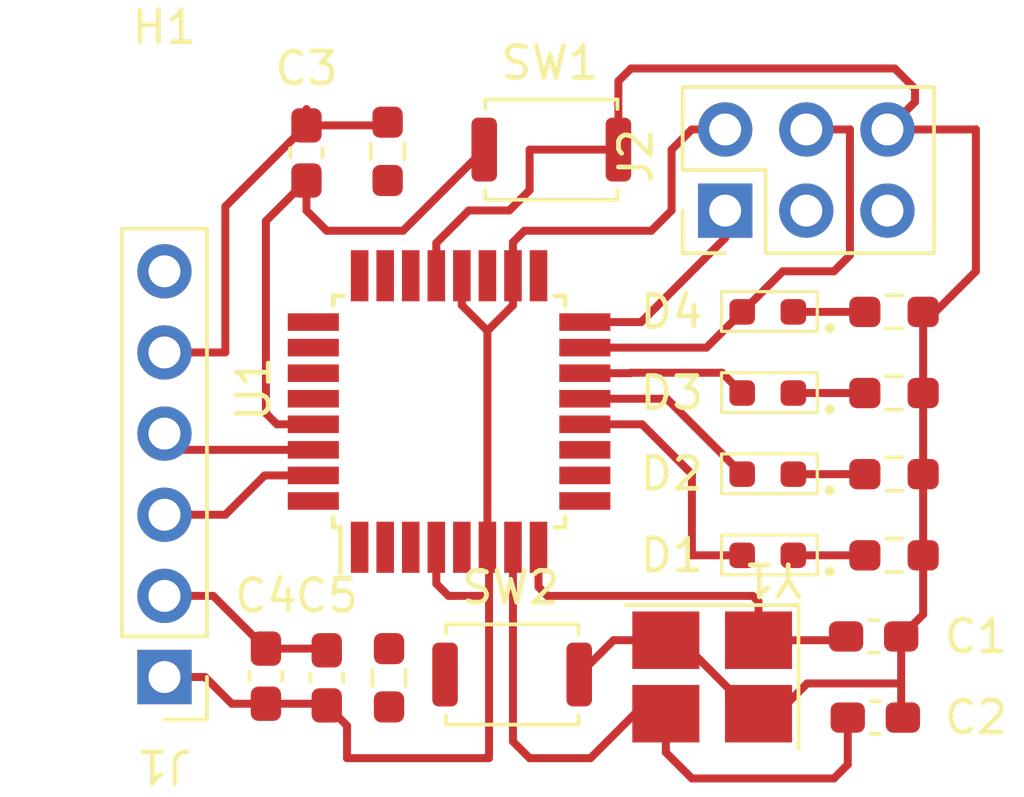
<source format=kicad_pcb>
(kicad_pcb (version 20211014) (generator pcbnew)
  (layers (0 "F.Cu" signal) (31 "B.Cu" signal) (34 "B.Paste" user) (35 "F.Paste" user) (36 "B.SilkS" user "B.Silkscreen") (37 "F.SilkS" user "F.Silkscreen") (38 "B.Mask" user) (39 "F.Mask" user) (44 "Edge.Cuts" user))
  (net 0 "")
  (net 1 "GND")
  (net 2 "/XTAL2")
  (net 3 "/XTAL1")
  (net 4 "Net-(C3-Pad1)")
  (net 5 "/~{RESET}")
  (net 6 "+5V")
  (net 7 "Net-(D1-Pad1)")
  (net 8 "/LED_0")
  (net 9 "Net-(D2-Pad1)")
  (net 10 "/LED_1")
  (net 11 "Net-(D3-Pad1)")
  (net 12 "/LED_2")
  (net 13 "Net-(D4-Pad1)")
  (net 14 "/LED_3")
  (net 15 "/MCU_TX")
  (net 16 "/MCU_RX")
  (net 18 "/MISO")
  (net 19 "/SCK")
  (net 20 "/BUT_0")
  (footprint "footprint:R" (layer "F.Cu") (at 102.235 54.053 -90)
    (fp_text reference "R1" hide)
    (fp_text value "10K")
    (fp_line (start -0.278224 0.5225) (end 0.231224 0.5225) (layer "F.SilkS") (width 0.12))
    (fp_line (start -0.278224 -0.5225) (end 0.231224 -0.5225) (layer "F.SilkS") (width 0.12))
    (pad "1" smd roundrect (at -0.936 0 270) (size 0.975 0.95) (layers "F.Cu" "F.Paste" "F.Mask") (net 4 "Net-(C3-Pad1)"))
    (pad "2" smd roundrect (at 0.889 0 270) (size 0.975 0.95) (layers "F.Cu" "F.Paste" "F.Mask"))
  )
  (footprint "footprint:R" (layer "F.Cu") (at 118.11 59.055)
    (fp_text reference "R6" hide)
    (fp_text value "330R")
    (fp_line (start -0.278224 -0.5225) (end 0.231224 -0.5225) (layer "F.SilkS") (width 0.12))
    (fp_line (start -0.278224 0.5225) (end 0.231224 0.5225) (layer "F.SilkS") (width 0.12))
    (pad "1" smd roundrect (at -0.936 0) (size 0.975 0.95) (layers "F.Cu" "F.Paste" "F.Mask") (net 13 "Net-(D4-Pad1)"))
    (pad "2" smd roundrect (at 0.889 0) (size 0.975 0.95) (layers "F.Cu" "F.Paste" "F.Mask") (net 1 "GND"))
  )
  (footprint "footprint:LED_0603" (layer "F.Cu") (at 114.935 61.595 180)
    (fp_text reference "D3" (at 3.81 0 unlocked) (layer "F.SilkS"))
    (fp_text value "LED")
    (fp_rect (start -0.75 -0.611) (end 2.25 0.635) (layer "F.SilkS") (width 0.1) (fill none))
    (fp_circle (center -1.143 -0.508) (end -1.043 -0.508) (layer "F.SilkS") (width 0.12) (fill solid))
    (pad "1" smd roundrect (at 0 0 180) (size 0.8 0.8) (layers "F.Cu" "F.Paste" "F.Mask") (net 11 "Net-(D3-Pad1)"))
    (pad "2" smd roundrect (at 1.6 0 180) (size 0.8 0.8) (layers "F.Cu" "F.Paste" "F.Mask") (net 12 "/LED_2"))
  )
  (footprint "footprint:C_0603" (layer "F.Cu") (at 99.695 54.053 -90)
    (fp_text reference "C3" (at -2.618 0 unlocked) (layer "F.SilkS"))
    (fp_text value "100nF")
    (fp_line (start -0.119767 -0.51) (end 0.172767 -0.51) (layer "F.SilkS") (width 0.12))
    (fp_line (start -0.119767 0.51) (end 0.172767 0.51) (layer "F.SilkS") (width 0.12))
    (pad "1" smd roundrect (at -0.836 0 270) (size 1.075 0.95) (layers "F.Cu" "F.Paste" "F.Mask") (net 4 "Net-(C3-Pad1)"))
    (pad "2" smd roundrect (at 0.889 0 270) (size 1.075 0.95) (layers "F.Cu" "F.Paste" "F.Mask") (net 5 "/~{RESET}"))
  )
  (footprint "footprint:LED_0603" (layer "F.Cu") (at 114.935 64.135 180)
    (fp_text reference "D2" (at 3.81 0.012 unlocked) (layer "F.SilkS"))
    (fp_text value "LED")
    (fp_rect (start -0.75 -0.611) (end 2.25 0.635) (layer "F.SilkS") (width 0.1) (fill none))
    (fp_circle (center -1.143 -0.508) (end -1.043 -0.508) (layer "F.SilkS") (width 0.12) (fill solid))
    (pad "1" smd roundrect (at 0 0 180) (size 0.8 0.8) (layers "F.Cu" "F.Paste" "F.Mask") (net 9 "Net-(D2-Pad1)"))
    (pad "2" smd roundrect (at 1.6 0 180) (size 0.8 0.8) (layers "F.Cu" "F.Paste" "F.Mask") (net 10 "/LED_1"))
  )
  (footprint "footprint:C_0603" (layer "F.Cu") (at 117.475 71.755)
    (fp_text reference "C2" (at 3.175 0 unlocked) (layer "F.SilkS"))
    (fp_text value "22pF")
    (fp_line (start -0.119767 -0.51) (end 0.172767 -0.51) (layer "F.SilkS") (width 0.12))
    (fp_line (start -0.119767 0.51) (end 0.172767 0.51) (layer "F.SilkS") (width 0.12))
    (pad "1" smd roundrect (at -0.836 0) (size 1.075 0.95) (layers "F.Cu" "F.Paste" "F.Mask") (net 3 "/XTAL1"))
    (pad "2" smd roundrect (at 0.889 0) (size 1.075 0.95) (layers "F.Cu" "F.Paste" "F.Mask") (net 1 "GND"))
  )
  (footprint "footprint:ATMEGA328P_AU" (layer "F.Cu") (at 104.14 62.23 90)
    (fp_text reference "U1" (at 0.762 -6.096 90 unlocked) (layer "F.SilkS"))
    (fp_text value "ATmega328P-AU")
    (fp_line (start 3.681 -3.606) (end 3.681 -3.281) (layer "F.SilkS") (width 0.15))
    (fp_line (start -3.569 -3.606) (end -3.244 -3.606) (layer "F.SilkS") (width 0.15))
    (fp_line (start 3.681 -3.606) (end 3.356 -3.606) (layer "F.SilkS") (width 0.15))
    (fp_line (start -3.569 -3.381) (end -4.994 -3.381) (layer "F.SilkS") (width 0.15))
    (fp_line (start -3.569 3.644) (end -3.569 3.319) (layer "F.SilkS") (width 0.15))
    (fp_line (start 3.681 3.644) (end 3.356 3.644) (layer "F.SilkS") (width 0.15))
    (fp_line (start -3.569 -3.606) (end -3.569 -3.381) (layer "F.SilkS") (width 0.15))
    (fp_line (start 3.681 3.644) (end 3.681 3.319) (layer "F.SilkS") (width 0.15))
    (fp_line (start -3.569 3.644) (end -3.244 3.644) (layer "F.SilkS") (width 0.15))
    (pad "1" smd rect (at -4.194 -2.781 90) (size 1.6 0.55) (layers "F.Cu" "F.Paste" "F.Mask") (net 20 "/BUT_0"))
    (pad "2" smd rect (at -4.194 -1.981 90) (size 1.6 0.55) (layers "F.Cu" "F.Paste" "F.Mask"))
    (pad "3" smd rect (at -4.194 -1.181 90) (size 1.6 0.55) (layers "F.Cu" "F.Paste" "F.Mask") (net 1 "GND"))
    (pad "4" smd rect (at -4.194 -0.381 90) (size 1.6 0.55) (layers "F.Cu" "F.Paste" "F.Mask") (net 6 "+5V"))
    (pad "5" smd rect (at -4.194 0.419 90) (size 1.6 0.55) (layers "F.Cu" "F.Paste" "F.Mask") (net 1 "GND"))
    (pad "6" smd rect (at -4.194 1.219 90) (size 1.6 0.55) (layers "F.Cu" "F.Paste" "F.Mask") (net 6 "+5V"))
    (pad "7" smd rect (at -4.194 2.019 90) (size 1.6 0.55) (layers "F.Cu" "F.Paste" "F.Mask") (net 3 "/XTAL1"))
    (pad "8" smd rect (at -4.194 2.819 90) (size 1.6 0.55) (layers "F.Cu" "F.Paste" "F.Mask") (net 2 "/XTAL2"))
    (pad "9" smd rect (at -2.744 4.269 180) (size 1.6 0.55) (layers "F.Cu" "F.Paste" "F.Mask"))
    (pad "10" smd rect (at -1.944 4.269 180) (size 1.6 0.55) (layers "F.Cu" "F.Paste" "F.Mask"))
    (pad "11" smd rect (at -1.144 4.269 180) (size 1.6 0.55) (layers "F.Cu" "F.Paste" "F.Mask"))
    (pad "12" smd rect (at -0.344 4.269 180) (size 1.6 0.55) (layers "F.Cu" "F.Paste" "F.Mask") (net 8 "/LED_0"))
    (pad "13" smd rect (at 0.456 4.269 180) (size 1.6 0.55) (layers "F.Cu" "F.Paste" "F.Mask") (net 10 "/LED_1"))
    (pad "14" smd rect (at 1.256 4.269 180) (size 1.6 0.55) (layers "F.Cu" "F.Paste" "F.Mask") (net 12 "/LED_2"))
    (pad "15" smd rect (at 2.056 4.269 180) (size 1.6 0.55) (layers "F.Cu" "F.Paste" "F.Mask") (net 14 "/LED_3"))
    (pad "16" smd rect (at 2.856 4.269 180) (size 1.6 0.55) (layers "F.Cu" "F.Paste" "F.Mask") (net 18 "/MISO"))
    (pad "17" smd rect (at 4.306 2.819 90) (size 1.6 0.55) (layers "F.Cu" "F.Paste" "F.Mask") (net 19 "/SCK"))
    (pad "18" smd rect (at 4.306 2.019 90) (size 1.6 0.55) (layers "F.Cu" "F.Paste" "F.Mask") (net 6 "+5V"))
    (pad "19" smd rect (at 4.306 1.219 90) (size 1.6 0.55) (layers "F.Cu" "F.Paste" "F.Mask"))
    (pad "20" smd rect (at 4.306 0.419 90) (size 1.6 0.55) (layers "F.Cu" "F.Paste" "F.Mask") (net 6 "+5V"))
    (pad "21" smd rect (at 4.306 -0.381 90) (size 1.6 0.55) (layers "F.Cu" "F.Paste" "F.Mask") (net 1 "GND"))
    (pad "22" smd rect (at 4.306 -1.181 90) (size 1.6 0.55) (layers "F.Cu" "F.Paste" "F.Mask"))
    (pad "23" smd rect (at 4.306 -1.981 90) (size 1.6 0.55) (layers "F.Cu" "F.Paste" "F.Mask"))
    (pad "24" smd rect (at 4.306 -2.781 90) (size 1.6 0.55) (layers "F.Cu" "F.Paste" "F.Mask"))
    (pad "25" smd rect (at 2.856 -4.231 180) (size 1.6 0.55) (layers "F.Cu" "F.Paste" "F.Mask"))
    (pad "26" smd rect (at 2.056 -4.231 180) (size 1.6 0.55) (layers "F.Cu" "F.Paste" "F.Mask"))
    (pad "27" smd rect (at 1.256 -4.231 180) (size 1.6 0.55) (layers "F.Cu" "F.Paste" "F.Mask"))
    (pad "28" smd rect (at 0.456 -4.231 180) (size 1.6 0.55) (layers "F.Cu" "F.Paste" "F.Mask"))
    (pad "29" smd rect (at -0.344 -4.231 180) (size 1.6 0.55) (layers "F.Cu" "F.Paste" "F.Mask") (net 5 "/~{RESET}"))
    (pad "30" smd rect (at -1.144 -4.231 180) (size 1.6 0.55) (layers "F.Cu" "F.Paste" "F.Mask") (net 16 "/MCU_RX"))
    (pad "31" smd rect (at -1.944 -4.231 180) (size 1.6 0.55) (layers "F.Cu" "F.Paste" "F.Mask") (net 15 "/MCU_TX"))
    (pad "32" smd rect (at -2.744 -4.231 180) (size 1.6 0.55) (layers "F.Cu" "F.Paste" "F.Mask"))
  )
  (footprint "footprint:R" (layer "F.Cu") (at 118.11 64.135)
    (fp_text reference "R4" hide)
    (fp_text value "330R")
    (fp_line (start -0.278224 0.5225) (end 0.231224 0.5225) (layer "F.SilkS") (width 0.12))
    (fp_line (start -0.278224 -0.5225) (end 0.231224 -0.5225) (layer "F.SilkS") (width 0.12))
    (pad "1" smd roundrect (at -0.936 0) (size 0.975 0.95) (layers "F.Cu" "F.Paste" "F.Mask") (net 9 "Net-(D2-Pad1)"))
    (pad "2" smd roundrect (at 0.889 0) (size 0.975 0.95) (layers "F.Cu" "F.Paste" "F.Mask") (net 1 "GND"))
  )
  (footprint "footprint:LED_0603" (layer "F.Cu") (at 114.935 66.675 180)
    (fp_text reference "D1" (at 3.81 0 unlocked) (layer "F.SilkS"))
    (fp_text value "LED")
    (fp_rect (start -0.75 -0.611) (end 2.25 0.635) (layer "F.SilkS") (width 0.1) (fill none))
    (fp_circle (center -1.143 -0.508) (end -1.043 -0.508) (layer "F.SilkS") (width 0.12) (fill solid))
    (pad "1" smd roundrect (at 0 0 180) (size 0.8 0.8) (layers "F.Cu" "F.Paste" "F.Mask") (net 7 "Net-(D1-Pad1)"))
    (pad "2" smd roundrect (at 1.6 0 180) (size 0.8 0.8) (layers "F.Cu" "F.Paste" "F.Mask") (net 8 "/LED_0"))
  )
  (footprint "footprint:SW_PUSH" (layer "F.Cu") (at 106.089 70.485)
    (fp_text reference "SW2" (at 0 -2.794 unlocked) (layer "F.SilkS"))
    (fp_text value "SW_Push")
    (fp_line (start -2.026 -1.648) (end 2.114 -1.648) (layer "F.SilkS") (width 0.12))
    (fp_line (start 2.114 1.192) (end 2.114 1.492) (layer "F.SilkS") (width 0.12))
    (fp_line (start 2.114 1.492) (end -2.026 1.492) (layer "F.SilkS") (width 0.12))
    (fp_line (start -2.026 1.492) (end -2.026 1.192) (layer "F.SilkS") (width 0.12))
    (fp_line (start 2.114 -1.648) (end 2.114 -1.348) (layer "F.SilkS") (width 0.12))
    (fp_line (start -2.026 -1.348) (end -2.026 -1.648) (layer "F.SilkS") (width 0.12))
    (pad "1" smd roundrect (at -2.056 -0.078) (size 0.8 2) (layers "F.Cu" "F.Paste" "F.Mask") (net 20 "/BUT_0"))
    (pad "2" smd roundrect (at 2.144 -0.078) (size 0.8 2) (layers "F.Cu" "F.Paste" "F.Mask") (net 1 "GND"))
  )
  (footprint "footprint:SW_PUSH" (layer "F.Cu") (at 107.315 54.053)
    (fp_text reference "SW1" (at 0 -2.794 unlocked) (layer "F.SilkS"))
    (fp_text value "SW_Push")
    (fp_line (start -2.026 -1.348) (end -2.026 -1.648) (layer "F.SilkS") (width 0.12))
    (fp_line (start -2.026 -1.648) (end 2.114 -1.648) (layer "F.SilkS") (width 0.12))
    (fp_line (start 2.114 1.192) (end 2.114 1.492) (layer "F.SilkS") (width 0.12))
    (fp_line (start 2.114 -1.648) (end 2.114 -1.348) (layer "F.SilkS") (width 0.12))
    (fp_line (start -2.026 1.492) (end -2.026 1.192) (layer "F.SilkS") (width 0.12))
    (fp_line (start 2.114 1.492) (end -2.026 1.492) (layer "F.SilkS") (width 0.12))
    (pad "1" smd roundrect (at -2.056 -0.078) (size 0.8 2) (layers "F.Cu" "F.Paste" "F.Mask") (net 5 "/~{RESET}"))
    (pad "2" smd roundrect (at 2.144 -0.078) (size 0.8 2) (layers "F.Cu" "F.Paste" "F.Mask") (net 1 "GND"))
  )
  (footprint "footprint:AVR-ISP-6" (layer "F.Cu") (at 119.9135 54.742 90)
    (fp_text reference "J2" (at 0.557 -9.906 90 unlocked) (layer "F.SilkS"))
    (fp_text value "AVR-ISP-6")
    (fp_line (start 2.727 -8.442) (end 2.727 -0.575) (layer "F.SilkS") (width 0.12))
    (fp_line (start 0.127 -8.442) (end 2.727 -8.442) (layer "F.SilkS") (width 0.12))
    (fp_line (start -2.473 -8.442) (end -1.143 -8.442) (layer "F.SilkS") (width 0.12))
    (fp_line (start -2.473 -0.575) (end 2.727 -0.575) (layer "F.SilkS") (width 0.12))
    (fp_line (start 0.127 -5.842) (end 0.127 -8.442) (layer "F.SilkS") (width 0.12))
    (fp_line (start -2.473 -5.842) (end 0.127 -5.842) (layer "F.SilkS") (width 0.12))
    (fp_line (start -2.473 -7.112) (end -2.473 -8.442) (layer "F.SilkS") (width 0.12))
    (fp_line (start -2.473 -5.842) (end -2.473 -0.575) (layer "F.SilkS") (width 0.12))
    (pad "1" thru_hole rect (at -1.143 -7.112 90) (size 1.7 1.7) (drill 1) (layers *.Cu *.Mask) (net 18 "/MISO"))
    (pad "2" thru_hole oval (at 1.397 -7.112 90) (size 1.7 1.7) (drill 1) (layers *.Cu *.Mask) (net 6 "+5V"))
    (pad "3" thru_hole oval (at -1.143 -4.572 90) (size 1.7 1.7) (drill 1) (layers *.Cu *.Mask) (net 19 "/SCK"))
    (pad "4" thru_hole oval (at 1.397 -4.572 90) (size 1.7 1.7) (drill 1) (layers *.Cu *.Mask) (net 14 "/LED_3"))
    (pad "5" thru_hole oval (at -1.143 -2.032 90) (size 1.7 1.7) (drill 1) (layers *.Cu *.Mask) (net 5 "/~{RESET}"))
    (pad "6" thru_hole oval (at 1.397 -2.032 90) (size 1.7 1.7) (drill 1) (layers *.Cu *.Mask) (net 1 "GND"))
  )
  (footprint "footprint:C_0603" (layer "F.Cu") (at 100.33 70.485 -90)
    (fp_text reference "C5" (at -2.54 0 unlocked) (layer "F.SilkS"))
    (fp_text value "10uF")
    (fp_line (start -0.119767 -0.51) (end 0.172767 -0.51) (layer "F.SilkS") (width 0.12))
    (fp_line (start -0.119767 0.51) (end 0.172767 0.51) (layer "F.SilkS") (width 0.12))
    (pad "1" smd roundrect (at -0.836 0 270) (size 1.075 0.95) (layers "F.Cu" "F.Paste" "F.Mask") (net 1 "GND"))
    (pad "2" smd roundrect (at 0.889 0 270) (size 1.075 0.95) (layers "F.Cu" "F.Paste" "F.Mask") (net 6 "+5V"))
  )
  (footprint "footprint:R" (layer "F.Cu") (at 118.11 61.595)
    (fp_text reference "R5" hide)
    (fp_text value "330R")
    (fp_line (start -0.278224 0.5225) (end 0.231224 0.5225) (layer "F.SilkS") (width 0.12))
    (fp_line (start -0.278224 -0.5225) (end 0.231224 -0.5225) (layer "F.SilkS") (width 0.12))
    (pad "1" smd roundrect (at -0.936 0) (size 0.975 0.95) (layers "F.Cu" "F.Paste" "F.Mask") (net 11 "Net-(D3-Pad1)"))
    (pad "2" smd roundrect (at 0.889 0) (size 0.975 0.95) (layers "F.Cu" "F.Paste" "F.Mask") (net 1 "GND"))
  )
  (footprint "footprint:R" (layer "F.Cu") (at 118.11 66.675)
    (fp_text reference "R3" hide)
    (fp_text value "330R")
    (fp_line (start -0.278224 -0.5225) (end 0.231224 -0.5225) (layer "F.SilkS") (width 0.12))
    (fp_line (start -0.278224 0.5225) (end 0.231224 0.5225) (layer "F.SilkS") (width 0.12))
    (pad "1" smd roundrect (at -0.936 0) (size 0.975 0.95) (layers "F.Cu" "F.Paste" "F.Mask") (net 7 "Net-(D1-Pad1)"))
    (pad "2" smd roundrect (at 0.889 0) (size 0.975 0.95) (layers "F.Cu" "F.Paste" "F.Mask") (net 1 "GND"))
  )
  (footprint "footprint:CRISTAL_16MH" (layer "F.Cu") (at 112.395 70.485 180)
    (fp_text reference "Y1" (at -1.905 3.057 180 unlocked) (layer "F.SilkS"))
    (fp_text value "16MHz")
    (fp_line (start -2.7 -2.248) (end -2.7 2.252) (layer "F.SilkS") (width 0.12))
    (fp_line (start -2.7 2.252) (end 2.7 2.252) (layer "F.SilkS") (width 0.12))
    (pad "1" smd rect (at -1.45 1.152 180) (size 2.1 1.8) (layers "F.Cu" "F.Paste" "F.Mask") (net 2 "/XTAL2"))
    (pad "2" smd rect (at 1.45 1.152 180) (size 2.1 1.8) (layers "F.Cu" "F.Paste" "F.Mask") (net 1 "GND"))
    (pad "3" smd rect (at 1.45 -1.148 180) (size 2.1 1.8) (layers "F.Cu" "F.Paste" "F.Mask") (net 3 "/XTAL1"))
    (pad "4" smd rect (at -1.45 -1.148 180) (size 2.1 1.8) (layers "F.Cu" "F.Paste" "F.Mask") (net 1 "GND"))
  )
  (footprint "footprint:Conn_01x06" (layer "F.Cu") (at 95.25 64.135 180)
    (fp_text reference "J1" (at 0 -9.144 180 unlocked) (layer "F.SilkS"))
    (fp_text value "Conn_01x06")
    (fp_line (start -1.33 7.68) (end 1.33 7.68) (layer "F.SilkS") (width 0.12))
    (fp_line (start -1.33 -5.08) (end -1.33 7.68) (layer "F.SilkS") (width 0.12))
    (fp_line (start 1.33 -5.08) (end 1.33 7.68) (layer "F.SilkS") (width 0.12))
    (fp_line (start -1.33 -7.68) (end 0 -7.68) (layer "F.SilkS") (width 0.12))
    (fp_line (start -1.33 -6.35) (end -1.33 -7.68) (layer "F.SilkS") (width 0.12))
    (fp_line (start -1.33 -5.08) (end 1.33 -5.08) (layer "F.SilkS") (width 0.12))
    (pad "1" thru_hole rect (at 0 -6.35 180) (size 1.7 1.7) (drill 1) (layers *.Cu *.Mask) (net 6 "+5V"))
    (pad "2" thru_hole oval (at 0 -3.81 180) (size 1.7 1.7) (drill 1) (layers *.Cu *.Mask) (net 1 "GND"))
    (pad "3" thru_hole oval (at 0 -1.27 180) (size 1.7 1.7) (drill 1) (layers *.Cu *.Mask) (net 15 "/MCU_TX"))
    (pad "4" thru_hole oval (at 0 1.27 180) (size 1.7 1.7) (drill 1) (layers *.Cu *.Mask) (net 16 "/MCU_RX"))
    (pad "5" thru_hole oval (at 0 3.81 180) (size 1.7 1.7) (drill 1) (layers *.Cu *.Mask) (net 4 "Net-(C3-Pad1)"))
    (pad "6" thru_hole oval (at 0 6.35 180) (size 1.7 1.7) (drill 1) (layers *.Cu *.Mask))
  )
  (footprint "footprint:R" (layer "F.Cu") (at 102.279 70.485 90)
    (fp_text reference "R2" hide)
    (fp_text value "10K")
    (fp_line (start -0.278224 0.5225) (end 0.231224 0.5225) (layer "F.SilkS") (width 0.12))
    (fp_line (start -0.278224 -0.5225) (end 0.231224 -0.5225) (layer "F.SilkS") (width 0.12))
    (pad "1" smd roundrect (at -0.936 0 90) (size 0.975 0.95) (layers "F.Cu" "F.Paste" "F.Mask"))
    (pad "2" smd roundrect (at 0.889 0 90) (size 0.975 0.95) (layers "F.Cu" "F.Paste" "F.Mask"))
  )
  (footprint "footprint:C_0603" (layer "F.Cu") (at 117.475 69.215 180)
    (fp_text reference "C1" (at -3.175 0 unlocked) (layer "F.SilkS"))
    (fp_text value "22pF")
    (fp_line (start -0.119767 0.51) (end 0.172767 0.51) (layer "F.SilkS") (width 0.12))
    (fp_line (start -0.119767 -0.51) (end 0.172767 -0.51) (layer "F.SilkS") (width 0.12))
    (pad "1" smd roundrect (at -0.836 0 180) (size 1.075 0.95) (layers "F.Cu" "F.Paste" "F.Mask") (net 1 "GND"))
    (pad "2" smd roundrect (at 0.889 0 180) (size 1.075 0.95) (layers "F.Cu" "F.Paste" "F.Mask") (net 2 "/XTAL2"))
  )
  (footprint "footprint:MountingHole_2.1mm" (layer "F.Cu") (at 95.25 53.34)
    (fp_text reference "H1" (at 0 -3.2) (layer "F.SilkS"))
    (fp_text value "MountingHole")
    (pad "" np_thru_hole circle (at 0 0) (size 2.1 2.1) (drill 2.1) (layers *.Cu *.Mask))
  )
  (footprint "footprint:C_0603" (layer "F.Cu") (at 98.425 70.485 90)
    (fp_text reference "C4" (at 2.54 0 unlocked) (layer "F.SilkS"))
    (fp_text value "100nF")
    (fp_line (start -0.119767 0.51) (end 0.172767 0.51) (layer "F.SilkS") (width 0.12))
    (fp_line (start -0.119767 -0.51) (end 0.172767 -0.51) (layer "F.SilkS") (width 0.12))
    (pad "1" smd roundrect (at -0.836 0 90) (size 1.075 0.95) (layers "F.Cu" "F.Paste" "F.Mask") (net 6 "+5V"))
    (pad "2" smd roundrect (at 0.889 0 90) (size 1.075 0.95) (layers "F.Cu" "F.Paste" "F.Mask") (net 1 "GND"))
  )
  (footprint "footprint:LED_0603" (layer "F.Cu") (at 114.935 59.055 180)
    (fp_text reference "D4" (at 3.81 0 unlocked) (layer "F.SilkS"))
    (fp_text value "LED")
    (fp_rect (start -0.75 -0.611) (end 2.25 0.635) (layer "F.SilkS") (width 0.1) (fill none))
    (fp_circle (center -1.143 -0.508) (end -1.043 -0.508) (layer "F.SilkS") (width 0.12) (fill solid))
    (pad "1" smd roundrect (at 0 0 180) (size 0.8 0.8) (layers "F.Cu" "F.Paste" "F.Mask") (net 13 "Net-(D4-Pad1)"))
    (pad "2" smd roundrect (at 1.6 0 180) (size 0.8 0.8) (layers "F.Cu" "F.Paste" "F.Mask") (net 14 "/LED_3"))
  )
  (segment (start 118.999 66.675) (end 118.999 68.527) (width 0.25) (layer "F.Cu") (net 1))
  (segment (start 118.999 61.595) (end 118.999 66.675) (width 0.25) (layer "F.Cu") (net 1))
  (segment (start 106.045 55.88) (end 104.775 55.88) (width 0.25) (layer "F.Cu") (net 1))
  (segment (start 120.65 57.785) (end 120.65 53.34) (width 0.25) (layer "F.Cu") (net 1))
  (segment (start 118.311 69.215) (end 118.311 70.686) (width 0.25) (layer "F.Cu") (net 1))
  (segment (start 109.459 51.831) (end 109.855 51.435) (width 0.25) (layer "F.Cu") (net 1))
  (segment (start 118.999 59.055) (end 119.38 59.055) (width 0.25) (layer "F.Cu") (net 1))
  (segment (start 109.459 53.975) (end 109.459 51.831) (width 0.25) (layer "F.Cu") (net 1))
  (segment (start 113.845 71.633) (end 113.695 71.633) (width 0.25) (layer "F.Cu") (net 1))
  (segment (start 95.25 67.945) (end 96.774 67.945) (width 0.25) (layer "F.Cu") (net 1))
  (segment (start 115.369 70.686) (end 114.422 71.633) (width 0.25) (layer "F.Cu") (net 1))
  (segment (start 113.695 71.633) (end 111.395 69.333) (width 0.25) (layer "F.Cu") (net 1))
  (segment (start 118.745 52.07) (end 118.745 52.4815) (width 0.25) (layer "F.Cu") (net 1))
  (segment (start 118.999 68.527) (end 118.311 69.215) (width 0.25) (layer "F.Cu") (net 1))
  (segment (start 98.425 69.596) (end 100.277 69.596) (width 0.25) (layer "F.Cu") (net 1))
  (segment (start 120.645 53.345) (end 117.8815 53.345) (width 0.25) (layer "F.Cu") (net 1))
  (segment (start 106.68 55.245) (end 106.045 55.88) (width 0.25) (layer "F.Cu") (net 1))
  (segment (start 109.307 69.333) (end 108.233 70.407) (width 0.25) (layer "F.Cu") (net 1))
  (segment (start 106.68 53.975) (end 106.68 55.245) (width 0.25) (layer "F.Cu") (net 1))
  (segment (start 111.395 69.333) (end 110.945 69.333) (width 0.25) (layer "F.Cu") (net 1))
  (segment (start 118.311 70.686) (end 118.311 71.702) (width 0.25) (layer "F.Cu") (net 1))
  (segment (start 110.945 69.333) (end 109.307 69.333) (width 0.25) (layer "F.Cu") (net 1))
  (segment (start 119.38 59.055) (end 120.65 57.785) (width 0.25) (layer "F.Cu") (net 1))
  (segment (start 96.774 67.945) (end 98.425 69.596) (width 0.25) (layer "F.Cu") (net 1))
  (segment (start 109.459 53.975) (end 106.68 53.975) (width 0.25) (layer "F.Cu") (net 1))
  (segment (start 109.855 51.435) (end 118.11 51.435) (width 0.25) (layer "F.Cu") (net 1))
  (segment (start 100.277 69.596) (end 100.33 69.649) (width 0.25) (layer "F.Cu") (net 1))
  (segment (start 118.745 52.4815) (end 117.8815 53.345) (width 0.25) (layer "F.Cu") (net 1))
  (segment (start 118.311 71.702) (end 118.364 71.755) (width 0.25) (layer "F.Cu") (net 1))
  (segment (start 104.775 55.88) (end 103.759 56.896) (width 0.25) (layer "F.Cu") (net 1))
  (segment (start 118.999 59.055) (end 118.999 61.595) (width 0.25) (layer "F.Cu") (net 1))
  (segment (start 118.311 70.686) (end 115.369 70.686) (width 0.25) (layer "F.Cu") (net 1))
  (segment (start 118.11 51.435) (end 118.745 52.07) (width 0.25) (layer "F.Cu") (net 1))
  (segment (start 114.422 71.633) (end 113.845 71.633) (width 0.25) (layer "F.Cu") (net 1))
  (segment (start 120.65 53.34) (end 120.645 53.345) (width 0.25) (layer "F.Cu") (net 1))
  (segment (start 103.759 56.896) (end 103.759 57.924) (width 0.25) (layer "F.Cu") (net 1))
  (segment (start 116.468 69.333) (end 116.586 69.215) (width 0.25) (layer "F.Cu") (net 2))
  (segment (start 106.959 66.424) (end 106.959 67.666) (width 0.25) (layer "F.Cu") (net 2))
  (segment (start 107.238 67.945) (end 113.665 67.945) (width 0.25) (layer "F.Cu") (net 2))
  (segment (start 113.665 67.945) (end 113.845 68.125) (width 0.25) (layer "F.Cu") (net 2))
  (segment (start 113.845 69.333) (end 116.468 69.333) (width 0.25) (layer "F.Cu") (net 2))
  (segment (start 113.845 68.125) (end 113.845 69.333) (width 0.25) (layer "F.Cu") (net 2))
  (segment (start 106.959 67.666) (end 107.238 67.945) (width 0.25) (layer "F.Cu") (net 2))
  (segment (start 116.205 73.66) (end 116.639 73.226) (width 0.25) (layer "F.Cu") (net 3))
  (segment (start 108.585 73.025) (end 106.68 73.025) (width 0.25) (layer "F.Cu") (net 3))
  (segment (start 111.76 73.66) (end 116.205 73.66) (width 0.25) (layer "F.Cu") (net 3))
  (segment (start 110.945 72.845) (end 111.76 73.66) (width 0.25) (layer "F.Cu") (net 3))
  (segment (start 106.159 72.504) (end 106.159 66.424) (width 0.25) (layer "F.Cu") (net 3))
  (segment (start 116.639 73.226) (end 116.639 71.755) (width 0.25) (layer "F.Cu") (net 3))
  (segment (start 110.945 71.633) (end 109.977 71.633) (width 0.25) (layer "F.Cu") (net 3))
  (segment (start 110.945 71.633) (end 110.945 72.845) (width 0.25) (layer "F.Cu") (net 3))
  (segment (start 109.977 71.633) (end 108.585 73.025) (width 0.25) (layer "F.Cu") (net 3))
  (segment (start 106.68 73.025) (end 106.159 72.504) (width 0.25) (layer "F.Cu") (net 3))
  (segment (start 99.695 53.217) (end 102.135 53.217) (width 0.25) (layer "F.Cu") (net 4))
  (segment (start 97.155 60.325) (end 95.25 60.325) (width 0.25) (layer "F.Cu") (net 4))
  (segment (start 102.135 53.217) (end 102.235 53.117) (width 0.25) (layer "F.Cu") (net 4))
  (segment (start 99.695 53.217) (end 97.155 55.757) (width 0.25) (layer "F.Cu") (net 4))
  (segment (start 97.155 55.757) (end 97.155 60.325) (width 0.25) (layer "F.Cu") (net 4))
  (segment (start 99.695 53.164) (end 99.695 52.705) (width 0.25) (layer "F.Cu") (net 4))
  (segment (start 99.695 55.88) (end 100.33 56.515) (width 0.25) (layer "F.Cu") (net 5))
  (segment (start 99.909 62.574) (end 98.769 62.574) (width 0.25) (layer "F.Cu") (net 5))
  (segment (start 98.769 62.574) (end 98.425 62.23) (width 0.25) (layer "F.Cu") (net 5))
  (segment (start 99.695 54.942) (end 99.695 55.88) (width 0.25) (layer "F.Cu") (net 5))
  (segment (start 98.425 62.23) (end 98.425 56.212) (width 0.25) (layer "F.Cu") (net 5))
  (segment (start 100.33 56.515) (end 102.719 56.515) (width 0.25) (layer "F.Cu") (net 5))
  (segment (start 102.719 56.515) (end 105.259 53.975) (width 0.25) (layer "F.Cu") (net 5))
  (segment (start 98.425 56.212) (end 99.695 54.942) (width 0.25) (layer "F.Cu") (net 5))
  (segment (start 105.359 72.974) (end 105.41 72.923) (width 0.25) (layer "F.Cu") (net 6))
  (segment (start 97.356 71.321) (end 98.425 71.321) (width 0.25) (layer "F.Cu") (net 6))
  (segment (start 105.359 66.424) (end 105.359 59.648022) (width 0.25) (layer "F.Cu") (net 6))
  (segment (start 110.49 56.515) (end 111.125 55.88) (width 0.25) (layer "F.Cu") (net 6))
  (segment (start 105.359 59.648022) (end 106.159 58.848022) (width 0.25) (layer "F.Cu") (net 6))
  (segment (start 105.41 66.475) (end 105.359 66.424) (width 0.25) (layer "F.Cu") (net 6))
  (segment (start 106.159 58.848022) (end 106.159 57.924) (width 0.25) (layer "F.Cu") (net 6))
  (segment (start 98.425 71.321) (end 100.277 71.321) (width 0.25) (layer "F.Cu") (net 6))
  (segment (start 111.755 53.345) (end 112.8015 53.345) (width 0.25) (layer "F.Cu") (net 6))
  (segment (start 96.52 70.485) (end 97.356 71.321) (width 0.25) (layer "F.Cu") (net 6))
  (segment (start 103.759 67.564) (end 104.14 67.945) (width 0.25) (layer "F.Cu") (net 6))
  (segment (start 100.965 73.025) (end 105.41 73.025) (width 0.25) (layer "F.Cu") (net 6))
  (segment (start 100.277 71.321) (end 100.33 71.374) (width 0.25) (layer "F.Cu") (net 6))
  (segment (start 100.33 71.374) (end 100.965 72.009) (width 0.25) (layer "F.Cu") (net 6))
  (segment (start 111.125 53.975) (end 111.755 53.345) (width 0.25) (layer "F.Cu") (net 6))
  (segment (start 103.759 66.424) (end 103.759 67.564) (width 0.25) (layer "F.Cu") (net 6))
  (segment (start 106.159 56.874) (end 106.518 56.515) (width 0.25) (layer "F.Cu") (net 6))
  (segment (start 95.25 70.485) (end 96.52 70.485) (width 0.25) (layer "F.Cu") (net 6))
  (segment (start 104.559 58.848022) (end 104.559 57.924) (width 0.25) (layer "F.Cu") (net 6))
  (segment (start 100.965 72.009) (end 100.965 73.025) (width 0.25) (layer "F.Cu") (net 6))
  (segment (start 105.359 59.648022) (end 104.559 58.848022) (width 0.25) (layer "F.Cu") (net 6))
  (segment (start 106.518 56.515) (end 110.49 56.515) (width 0.25) (layer "F.Cu") (net 6))
  (segment (start 106.159 57.924) (end 106.159 56.874) (width 0.25) (layer "F.Cu") (net 6))
  (segment (start 111.125 55.88) (end 111.125 53.975) (width 0.25) (layer "F.Cu") (net 6))
  (segment (start 105.41 72.923) (end 105.41 66.475) (width 0.25) (layer "F.Cu") (net 6))
  (segment (start 104.14 67.945) (end 105.41 67.945) (width 0.25) (layer "F.Cu") (net 6))
  (segment (start 114.935 66.675) (end 117.174 66.675) (width 0.25) (layer "F.Cu") (net 7))
  (segment (start 110.199 62.574) (end 108.409 62.574) (width 0.25) (layer "F.Cu") (net 8))
  (segment (start 111.76 64.135) (end 111.76 66.675) (width 0.25) (layer "F.Cu") (net 8))
  (segment (start 110.199 62.574) (end 111.76 64.135) (width 0.25) (layer "F.Cu") (net 8))
  (segment (start 111.76 66.675) (end 113.335 66.675) (width 0.25) (layer "F.Cu") (net 8))
  (segment (start 114.935 64.135) (end 117.174 64.135) (width 0.25) (layer "F.Cu") (net 9))
  (segment (start 110.974 61.774) (end 108.409 61.774) (width 0.25) (layer "F.Cu") (net 10))
  (segment (start 110.974 61.774) (end 113.335 64.135) (width 0.25) (layer "F.Cu") (net 10))
  (segment (start 114.935 61.595) (end 117.174 61.595) (width 0.25) (layer "F.Cu") (net 11))
  (segment (start 109.855 60.96) (end 112.7 60.96) (width 0.25) (layer "F.Cu") (net 12))
  (segment (start 109.855 60.96) (end 109.841 60.974) (width 0.25) (layer "F.Cu") (net 12))
  (segment (start 109.841 60.974) (end 108.409 60.974) (width 0.25) (layer "F.Cu") (net 12))
  (segment (start 112.7 60.96) (end 113.335 61.595) (width 0.25) (layer "F.Cu") (net 12))
  (segment (start 114.935 59.055) (end 117.174 59.055) (width 0.25) (layer "F.Cu") (net 13))
  (segment (start 114.605 57.785) (end 116.205 57.785) (width 0.25) (layer "F.Cu") (net 14))
  (segment (start 112.216 60.174) (end 108.409 60.174) (width 0.25) (layer "F.Cu") (net 14))
  (segment (start 116.706989 57.283011) (end 116.706989 53.34) (width 0.25) (layer "F.Cu") (net 14))
  (segment (start 116.706989 53.34) (end 116.701989 53.345) (width 0.25) (layer "F.Cu") (net 14))
  (segment (start 116.205 57.785) (end 116.706989 57.283011) (width 0.25) (layer "F.Cu") (net 14))
  (segment (start 116.701989 53.345) (end 115.3415 53.345) (width 0.25) (layer "F.Cu") (net 14))
  (segment (start 113.335 59.055) (end 114.605 57.785) (width 0.25) (layer "F.Cu") (net 14))
  (segment (start 113.335 59.055) (end 112.216 60.174) (width 0.25) (layer "F.Cu") (net 14))
  (segment (start 99.909 64.174) (end 98.386 64.174) (width 0.25) (layer "F.Cu") (net 15))
  (segment (start 98.386 64.174) (end 97.155 65.405) (width 0.25) (layer "F.Cu") (net 15))
  (segment (start 97.155 65.405) (end 95.25 65.405) (width 0.25) (layer "F.Cu") (net 15))
  (segment (start 95.759 63.374) (end 95.25 62.865) (width 0.25) (layer "F.Cu") (net 16))
  (segment (start 99.909 63.374) (end 95.759 63.374) (width 0.25) (layer "F.Cu") (net 16))
  (segment (start 112.8015 55.885) (end 112.8015 56.7435) (width 0.25) (layer "F.Cu") (net 18))
  (segment (start 110.171 59.374) (end 108.409 59.374) (width 0.25) (layer "F.Cu") (net 18))
  (segment (start 112.8015 56.7435) (end 110.171 59.374) (width 0.25) (layer "F.Cu") (net 18))
)
</source>
